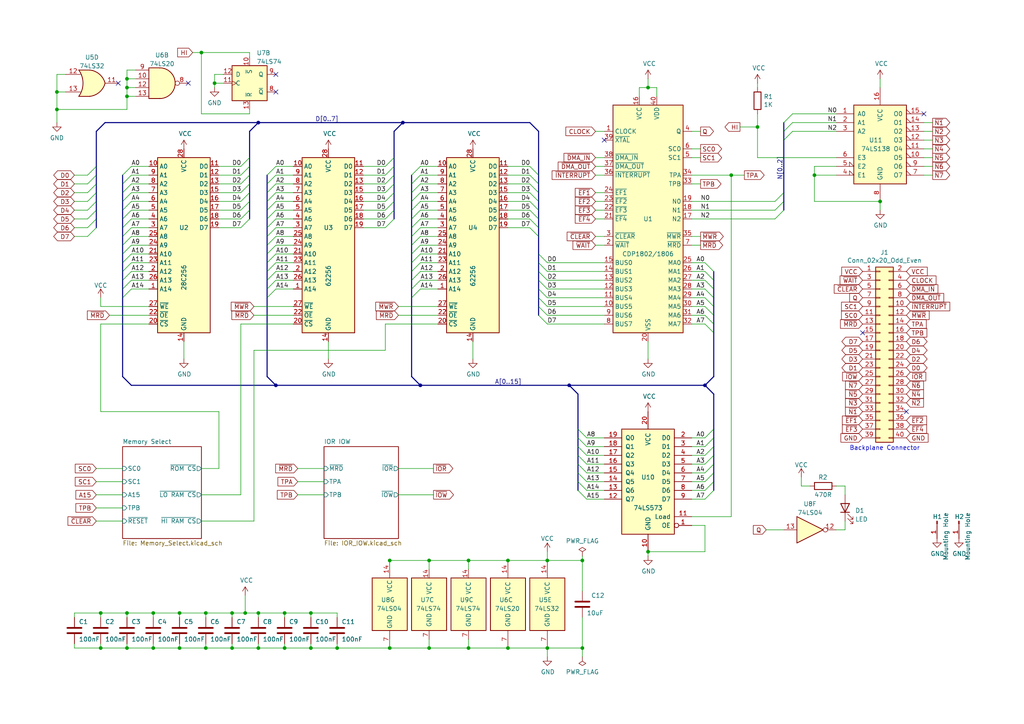
<source format=kicad_sch>
(kicad_sch (version 20230121) (generator eeschema)
  (paper "A4")
  (title_block (title "Cosmac Elf") (date "2020-12-06") (rev "2") (comment 1 "Processor Card"))
  (junction (at 36.83 187.96))
  (junction (at 36.83 177.8))
  (junction (at 16.51 26.67))
  (junction (at 52.07 187.96))
  (junction (at 255.27 58.42))
  (junction (at 62.23 24.13))
  (junction (at 113.03 187.96))
  (junction (at 67.31 187.96))
  (junction (at 90.17 187.96))
  (junction (at 58.42 15.24))
  (junction (at 124.46 187.96))
  (junction (at 82.55 187.96))
  (junction (at 168.91 162.56))
  (junction (at 74.93 35.56))
  (junction (at 71.12 177.8))
  (junction (at 90.17 177.8))
  (junction (at 147.32 162.56))
  (junction (at 147.32 187.96))
  (junction (at 36.83 25.4))
  (junction (at 82.55 177.8))
  (junction (at 67.31 177.8))
  (junction (at 219.71 36.83))
  (junction (at 158.75 187.96))
  (junction (at 80.01 111.76))
  (junction (at 187.96 160.02))
  (junction (at 165.1 111.76))
  (junction (at 36.83 27.94))
  (junction (at 236.22 50.8))
  (junction (at 135.89 187.96))
  (junction (at 158.75 162.56))
  (junction (at 168.91 187.96))
  (junction (at 74.93 177.8))
  (junction (at 74.93 187.96))
  (junction (at 212.09 50.8))
  (junction (at 121.92 111.76))
  (junction (at 135.89 162.56))
  (junction (at 44.45 177.8))
  (junction (at 52.07 177.8))
  (junction (at 59.69 177.8))
  (junction (at 204.47 111.76))
  (junction (at 97.79 187.96))
  (junction (at 16.51 31.75))
  (junction (at 124.46 162.56))
  (junction (at 113.03 162.56))
  (junction (at 29.21 177.8))
  (junction (at 116.84 35.56))
  (junction (at 44.45 187.96))
  (junction (at 36.83 22.86))
  (junction (at 59.69 187.96))
  (junction (at 187.96 25.4))
  (junction (at 29.21 187.96))
  (no_connect (at 80.01 26.67))
  (no_connect (at 267.97 33.02))
  (no_connect (at 34.29 24.13))
  (no_connect (at 80.01 21.59))
  (no_connect (at 262.89 119.38))
  (no_connect (at 175.26 40.64))
  (no_connect (at 54.61 24.13))
  (no_connect (at 250.19 96.52))
  (bus_entry (at 119.38 55.88) (size 2.54 -2.54))
  (bus_entry (at 77.47 68.58) (size 2.54 -2.54))
  (bus_entry (at 204.47 139.7) (size 2.54 -2.54))
  (bus_entry (at 77.47 53.34) (size 2.54 -2.54))
  (bus_entry (at 119.38 60.96) (size 2.54 -2.54))
  (bus_entry (at 119.38 83.82) (size 2.54 -2.54))
  (bus_entry (at 69.85 53.34) (size 2.54 -2.54))
  (bus_entry (at 156.21 76.2) (size 2.54 2.54))
  (bus_entry (at 204.47 86.36) (size 2.54 2.54))
  (bus_entry (at 156.21 91.44) (size 2.54 2.54))
  (bus_entry (at 204.47 83.82) (size 2.54 2.54))
  (bus_entry (at 35.56 86.36) (size 2.54 -2.54))
  (bus_entry (at 204.47 76.2) (size 2.54 2.54))
  (bus_entry (at 153.67 60.96) (size 2.54 2.54))
  (bus_entry (at 69.85 55.88) (size 2.54 -2.54))
  (bus_entry (at 119.38 73.66) (size 2.54 -2.54))
  (bus_entry (at 167.64 132.08) (size 2.54 2.54))
  (bus_entry (at 167.64 139.7) (size 2.54 2.54))
  (bus_entry (at 35.56 83.82) (size 2.54 -2.54))
  (bus_entry (at 25.4 55.88) (size 2.54 -2.54))
  (bus_entry (at 35.56 81.28) (size 2.54 -2.54))
  (bus_entry (at 69.85 60.96) (size 2.54 -2.54))
  (bus_entry (at 77.47 76.2) (size 2.54 -2.54))
  (bus_entry (at 204.47 144.78) (size 2.54 -2.54))
  (bus_entry (at 204.47 81.28) (size 2.54 2.54))
  (bus_entry (at 69.85 63.5) (size 2.54 -2.54))
  (bus_entry (at 111.76 53.34) (size 2.54 -2.54))
  (bus_entry (at 111.76 55.88) (size 2.54 -2.54))
  (bus_entry (at 119.38 68.58) (size 2.54 -2.54))
  (bus_entry (at 227.33 40.64) (size 2.54 -2.54))
  (bus_entry (at 119.38 81.28) (size 2.54 -2.54))
  (bus_entry (at 156.21 86.36) (size 2.54 2.54))
  (bus_entry (at 167.64 127) (size 2.54 2.54))
  (bus_entry (at 153.67 53.34) (size 2.54 2.54))
  (bus_entry (at 227.33 38.1) (size 2.54 -2.54))
  (bus_entry (at 204.47 134.62) (size 2.54 -2.54))
  (bus_entry (at 204.47 93.98) (size 2.54 2.54))
  (bus_entry (at 153.67 66.04) (size 2.54 2.54))
  (bus_entry (at 119.38 63.5) (size 2.54 -2.54))
  (bus_entry (at 111.76 60.96) (size 2.54 -2.54))
  (bus_entry (at 35.56 60.96) (size 2.54 -2.54))
  (bus_entry (at 111.76 63.5) (size 2.54 -2.54))
  (bus_entry (at 224.79 63.5) (size 2.54 -2.54))
  (bus_entry (at 153.67 63.5) (size 2.54 2.54))
  (bus_entry (at 77.47 71.12) (size 2.54 -2.54))
  (bus_entry (at 119.38 76.2) (size 2.54 -2.54))
  (bus_entry (at 119.38 78.74) (size 2.54 -2.54))
  (bus_entry (at 35.56 73.66) (size 2.54 -2.54))
  (bus_entry (at 25.4 68.58) (size 2.54 -2.54))
  (bus_entry (at 77.47 81.28) (size 2.54 -2.54))
  (bus_entry (at 153.67 50.8) (size 2.54 2.54))
  (bus_entry (at 35.56 58.42) (size 2.54 -2.54))
  (bus_entry (at 224.79 60.96) (size 2.54 -2.54))
  (bus_entry (at 25.4 58.42) (size 2.54 -2.54))
  (bus_entry (at 111.76 66.04) (size 2.54 -2.54))
  (bus_entry (at 156.21 83.82) (size 2.54 2.54))
  (bus_entry (at 77.47 78.74) (size 2.54 -2.54))
  (bus_entry (at 204.47 129.54) (size 2.54 -2.54))
  (bus_entry (at 224.79 58.42) (size 2.54 -2.54))
  (bus_entry (at 204.47 78.74) (size 2.54 2.54))
  (bus_entry (at 156.21 81.28) (size 2.54 2.54))
  (bus_entry (at 69.85 48.26) (size 2.54 -2.54))
  (bus_entry (at 25.4 60.96) (size 2.54 -2.54))
  (bus_entry (at 77.47 50.8) (size 2.54 -2.54))
  (bus_entry (at 25.4 53.34) (size 2.54 -2.54))
  (bus_entry (at 227.33 35.56) (size 2.54 -2.54))
  (bus_entry (at 25.4 66.04) (size 2.54 -2.54))
  (bus_entry (at 25.4 63.5) (size 2.54 -2.54))
  (bus_entry (at 119.38 71.12) (size 2.54 -2.54))
  (bus_entry (at 153.67 58.42) (size 2.54 2.54))
  (bus_entry (at 69.85 66.04) (size 2.54 -2.54))
  (bus_entry (at 204.47 142.24) (size 2.54 -2.54))
  (bus_entry (at 35.56 53.34) (size 2.54 -2.54))
  (bus_entry (at 69.85 58.42) (size 2.54 -2.54))
  (bus_entry (at 77.47 83.82) (size 2.54 -2.54))
  (bus_entry (at 77.47 55.88) (size 2.54 -2.54))
  (bus_entry (at 77.47 73.66) (size 2.54 -2.54))
  (bus_entry (at 35.56 63.5) (size 2.54 -2.54))
  (bus_entry (at 77.47 86.36) (size 2.54 -2.54))
  (bus_entry (at 35.56 76.2) (size 2.54 -2.54))
  (bus_entry (at 119.38 50.8) (size 2.54 -2.54))
  (bus_entry (at 167.64 129.54) (size 2.54 2.54))
  (bus_entry (at 167.64 137.16) (size 2.54 2.54))
  (bus_entry (at 156.21 88.9) (size 2.54 2.54))
  (bus_entry (at 25.4 50.8) (size 2.54 -2.54))
  (bus_entry (at 156.21 73.66) (size 2.54 2.54))
  (bus_entry (at 204.47 137.16) (size 2.54 -2.54))
  (bus_entry (at 204.47 132.08) (size 2.54 -2.54))
  (bus_entry (at 35.56 68.58) (size 2.54 -2.54))
  (bus_entry (at 119.38 66.04) (size 2.54 -2.54))
  (bus_entry (at 156.21 78.74) (size 2.54 2.54))
  (bus_entry (at 204.47 91.44) (size 2.54 2.54))
  (bus_entry (at 204.47 88.9) (size 2.54 2.54))
  (bus_entry (at 35.56 78.74) (size 2.54 -2.54))
  (bus_entry (at 119.38 53.34) (size 2.54 -2.54))
  (bus_entry (at 35.56 50.8) (size 2.54 -2.54))
  (bus_entry (at 111.76 58.42) (size 2.54 -2.54))
  (bus_entry (at 77.47 60.96) (size 2.54 -2.54))
  (bus_entry (at 167.64 134.62) (size 2.54 2.54))
  (bus_entry (at 111.76 50.8) (size 2.54 -2.54))
  (bus_entry (at 119.38 86.36) (size 2.54 -2.54))
  (bus_entry (at 167.64 124.46) (size 2.54 2.54))
  (bus_entry (at 35.56 55.88) (size 2.54 -2.54))
  (bus_entry (at 167.64 142.24) (size 2.54 2.54))
  (bus_entry (at 153.67 55.88) (size 2.54 2.54))
  (bus_entry (at 77.47 63.5) (size 2.54 -2.54))
  (bus_entry (at 77.47 58.42) (size 2.54 -2.54))
  (bus_entry (at 111.76 48.26) (size 2.54 -2.54))
  (bus_entry (at 153.67 48.26) (size 2.54 2.54))
  (bus_entry (at 35.56 71.12) (size 2.54 -2.54))
  (bus_entry (at 69.85 50.8) (size 2.54 -2.54))
  (bus_entry (at 119.38 58.42) (size 2.54 -2.54))
  (bus_entry (at 204.47 127) (size 2.54 -2.54))
  (bus_entry (at 35.56 66.04) (size 2.54 -2.54))
  (bus_entry (at 77.47 66.04) (size 2.54 -2.54))
  (wire (pts (xy 80.01 71.12) (xy 85.09 71.12)))
  (wire (pts (xy 242.57 140.97) (xy 245.11 140.97)))
  (wire (pts (xy 44.45 177.8) (xy 52.07 177.8)))
  (wire (pts (xy 172.72 48.26) (xy 175.26 48.26)))
  (bus (pts (xy 35.56 60.96) (xy 35.56 63.5)))
  (wire (pts (xy 168.91 179.07) (xy 168.91 187.96)))
  (wire (pts (xy 86.36 143.51) (xy 93.98 143.51)))
  (wire (pts (xy 113.03 187.96) (xy 113.03 185.42)))
  (bus (pts (xy 156.21 53.34) (xy 156.21 55.88)))
  (bus (pts (xy 156.21 38.1) (xy 156.21 50.8)))
  (wire (pts (xy 121.92 50.8) (xy 127 50.8)))
  (wire (pts (xy 80.01 55.88) (xy 85.09 55.88)))
  (bus (pts (xy 27.94 38.1) (xy 30.48 35.56)))
  (bus (pts (xy 207.01 129.54) (xy 207.01 132.08)))
  (wire (pts (xy 245.11 151.13) (xy 245.11 153.67)))
  (wire (pts (xy 121.92 58.42) (xy 127 58.42)))
  (wire (pts (xy 59.69 177.8) (xy 67.31 177.8)))
  (bus (pts (xy 35.56 86.36) (xy 35.56 109.22)))
  (wire (pts (xy 62.23 24.13) (xy 64.77 24.13)))
  (wire (pts (xy 200.66 83.82) (xy 204.47 83.82)))
  (bus (pts (xy 207.01 93.98) (xy 207.01 96.52)))
  (wire (pts (xy 29.21 177.8) (xy 36.83 177.8)))
  (wire (pts (xy 229.87 38.1) (xy 242.57 38.1)))
  (wire (pts (xy 172.72 55.88) (xy 175.26 55.88)))
  (wire (pts (xy 63.5 119.38) (xy 63.5 135.89)))
  (wire (pts (xy 170.18 137.16) (xy 175.26 137.16)))
  (bus (pts (xy 207.01 86.36) (xy 207.01 88.9)))
  (wire (pts (xy 80.01 66.04) (xy 85.09 66.04)))
  (wire (pts (xy 147.32 66.04) (xy 153.67 66.04)))
  (wire (pts (xy 63.5 63.5) (xy 69.85 63.5)))
  (wire (pts (xy 115.57 143.51) (xy 125.73 143.51)))
  (wire (pts (xy 200.66 76.2) (xy 204.47 76.2)))
  (wire (pts (xy 59.69 187.96) (xy 67.31 187.96)))
  (bus (pts (xy 156.21 83.82) (xy 156.21 86.36)))
  (wire (pts (xy 147.32 60.96) (xy 153.67 60.96)))
  (wire (pts (xy 121.92 66.04) (xy 127 66.04)))
  (wire (pts (xy 80.01 68.58) (xy 85.09 68.58)))
  (bus (pts (xy 72.39 55.88) (xy 72.39 58.42)))
  (wire (pts (xy 115.57 135.89) (xy 125.73 135.89)))
  (wire (pts (xy 105.41 55.88) (xy 111.76 55.88)))
  (wire (pts (xy 80.01 83.82) (xy 85.09 83.82)))
  (wire (pts (xy 29.21 88.9) (xy 29.21 86.36)))
  (wire (pts (xy 86.36 139.7) (xy 93.98 139.7)))
  (bus (pts (xy 156.21 55.88) (xy 156.21 58.42)))
  (bus (pts (xy 77.47 58.42) (xy 77.47 60.96)))
  (wire (pts (xy 73.66 101.6) (xy 111.76 101.6)))
  (wire (pts (xy 58.42 33.02) (xy 58.42 15.24)))
  (wire (pts (xy 187.96 25.4) (xy 187.96 22.86)))
  (wire (pts (xy 204.47 160.02) (xy 204.47 152.4)))
  (wire (pts (xy 168.91 162.56) (xy 168.91 171.45)))
  (wire (pts (xy 113.03 162.56) (xy 124.46 162.56)))
  (wire (pts (xy 82.55 186.69) (xy 82.55 187.96)))
  (bus (pts (xy 35.56 50.8) (xy 35.56 53.34)))
  (bus (pts (xy 167.64 132.08) (xy 167.64 134.62)))
  (wire (pts (xy 187.96 160.02) (xy 204.47 160.02)))
  (wire (pts (xy 200.66 91.44) (xy 204.47 91.44)))
  (bus (pts (xy 114.3 38.1) (xy 114.3 45.72)))
  (bus (pts (xy 207.01 96.52) (xy 207.01 109.22)))
  (wire (pts (xy 105.41 60.96) (xy 111.76 60.96)))
  (wire (pts (xy 200.66 81.28) (xy 204.47 81.28)))
  (wire (pts (xy 200.66 134.62) (xy 204.47 134.62)))
  (wire (pts (xy 127 88.9) (xy 115.57 88.9)))
  (wire (pts (xy 204.47 93.98) (xy 200.66 93.98)))
  (wire (pts (xy 62.23 21.59) (xy 62.23 24.13)))
  (wire (pts (xy 212.09 50.8) (xy 215.9 50.8)))
  (wire (pts (xy 121.92 53.34) (xy 127 53.34)))
  (wire (pts (xy 147.32 187.96) (xy 158.75 187.96)))
  (wire (pts (xy 86.36 135.89) (xy 93.98 135.89)))
  (wire (pts (xy 16.51 26.67) (xy 16.51 31.75)))
  (wire (pts (xy 29.21 93.98) (xy 43.18 93.98)))
  (wire (pts (xy 147.32 53.34) (xy 153.67 53.34)))
  (wire (pts (xy 187.96 160.02) (xy 187.96 161.29)))
  (wire (pts (xy 158.75 160.02) (xy 158.75 162.56)))
  (wire (pts (xy 200.66 68.58) (xy 203.2 68.58)))
  (wire (pts (xy 36.83 22.86) (xy 39.37 22.86)))
  (wire (pts (xy 242.57 48.26) (xy 236.22 48.26)))
  (wire (pts (xy 21.59 60.96) (xy 25.4 60.96)))
  (wire (pts (xy 38.1 68.58) (xy 43.18 68.58)))
  (wire (pts (xy 80.01 48.26) (xy 85.09 48.26)))
  (bus (pts (xy 207.01 134.62) (xy 207.01 137.16)))
  (wire (pts (xy 69.85 143.51) (xy 58.42 143.51)))
  (wire (pts (xy 62.23 21.59) (xy 64.77 21.59)))
  (wire (pts (xy 147.32 162.56) (xy 158.75 162.56)))
  (wire (pts (xy 44.45 187.96) (xy 52.07 187.96)))
  (bus (pts (xy 72.39 50.8) (xy 72.39 53.34)))
  (wire (pts (xy 63.5 135.89) (xy 58.42 135.89)))
  (wire (pts (xy 36.83 177.8) (xy 44.45 177.8)))
  (bus (pts (xy 72.39 53.34) (xy 72.39 55.88)))
  (bus (pts (xy 119.38 109.22) (xy 121.92 111.76)))
  (bus (pts (xy 227.33 55.88) (xy 227.33 58.42)))
  (wire (pts (xy 21.59 50.8) (xy 25.4 50.8)))
  (bus (pts (xy 204.47 111.76) (xy 207.01 109.22)))
  (wire (pts (xy 111.76 101.6) (xy 111.76 93.98)))
  (wire (pts (xy 21.59 55.88) (xy 25.4 55.88)))
  (wire (pts (xy 121.92 68.58) (xy 127 68.58)))
  (wire (pts (xy 135.89 162.56) (xy 147.32 162.56)))
  (bus (pts (xy 114.3 50.8) (xy 114.3 53.34)))
  (wire (pts (xy 204.47 127) (xy 200.66 127)))
  (wire (pts (xy 38.1 66.04) (xy 43.18 66.04)))
  (wire (pts (xy 82.55 179.07) (xy 82.55 177.8)))
  (wire (pts (xy 267.97 50.8) (xy 270.51 50.8)))
  (bus (pts (xy 156.21 63.5) (xy 156.21 66.04)))
  (bus (pts (xy 156.21 78.74) (xy 156.21 81.28)))
  (bus (pts (xy 27.94 53.34) (xy 27.94 55.88)))
  (bus (pts (xy 167.64 129.54) (xy 167.64 132.08)))
  (wire (pts (xy 170.18 144.78) (xy 175.26 144.78)))
  (bus (pts (xy 119.38 53.34) (xy 119.38 55.88)))
  (wire (pts (xy 200.66 38.1) (xy 203.2 38.1)))
  (wire (pts (xy 147.32 50.8) (xy 153.67 50.8)))
  (wire (pts (xy 38.1 76.2) (xy 43.18 76.2)))
  (wire (pts (xy 105.41 63.5) (xy 111.76 63.5)))
  (bus (pts (xy 77.47 78.74) (xy 77.47 81.28)))
  (wire (pts (xy 267.97 38.1) (xy 270.51 38.1)))
  (wire (pts (xy 67.31 186.69) (xy 67.31 187.96)))
  (wire (pts (xy 204.47 142.24) (xy 200.66 142.24)))
  (wire (pts (xy 105.41 58.42) (xy 111.76 58.42)))
  (bus (pts (xy 114.3 55.88) (xy 114.3 58.42)))
  (wire (pts (xy 80.01 53.34) (xy 85.09 53.34)))
  (wire (pts (xy 38.1 53.34) (xy 43.18 53.34)))
  (bus (pts (xy 77.47 66.04) (xy 77.47 68.58)))
  (bus (pts (xy 119.38 76.2) (xy 119.38 78.74)))
  (wire (pts (xy 158.75 187.96) (xy 168.91 187.96)))
  (wire (pts (xy 190.5 25.4) (xy 190.5 27.94)))
  (bus (pts (xy 119.38 60.96) (xy 119.38 63.5)))
  (wire (pts (xy 245.11 153.67) (xy 242.57 153.67)))
  (wire (pts (xy 71.12 177.8) (xy 74.93 177.8)))
  (wire (pts (xy 44.45 186.69) (xy 44.45 187.96)))
  (wire (pts (xy 158.75 162.56) (xy 168.91 162.56)))
  (wire (pts (xy 200.66 71.12) (xy 203.2 71.12)))
  (wire (pts (xy 172.72 71.12) (xy 175.26 71.12)))
  (bus (pts (xy 77.47 86.36) (xy 77.47 109.22)))
  (wire (pts (xy 90.17 186.69) (xy 90.17 187.96)))
  (wire (pts (xy 267.97 43.18) (xy 270.51 43.18)))
  (wire (pts (xy 27.94 147.32) (xy 35.56 147.32)))
  (wire (pts (xy 255.27 60.96) (xy 255.27 58.42)))
  (wire (pts (xy 29.21 119.38) (xy 29.21 93.98)))
  (wire (pts (xy 38.1 78.74) (xy 43.18 78.74)))
  (wire (pts (xy 200.66 129.54) (xy 204.47 129.54)))
  (bus (pts (xy 77.47 83.82) (xy 77.47 86.36)))
  (wire (pts (xy 16.51 31.75) (xy 16.51 35.56)))
  (wire (pts (xy 19.05 21.59) (xy 16.51 21.59)))
  (wire (pts (xy 74.93 177.8) (xy 82.55 177.8)))
  (wire (pts (xy 36.83 31.75) (xy 36.83 27.94)))
  (bus (pts (xy 119.38 83.82) (xy 119.38 86.36)))
  (wire (pts (xy 36.83 186.69) (xy 36.83 187.96)))
  (wire (pts (xy 113.03 187.96) (xy 124.46 187.96)))
  (wire (pts (xy 71.12 172.72) (xy 71.12 177.8)))
  (wire (pts (xy 63.5 55.88) (xy 69.85 55.88)))
  (wire (pts (xy 168.91 190.5) (xy 168.91 187.96)))
  (wire (pts (xy 38.1 63.5) (xy 43.18 63.5)))
  (wire (pts (xy 67.31 187.96) (xy 74.93 187.96)))
  (wire (pts (xy 232.41 138.43) (xy 232.41 140.97)))
  (wire (pts (xy 212.09 149.86) (xy 200.66 149.86)))
  (wire (pts (xy 21.59 186.69) (xy 21.59 187.96)))
  (wire (pts (xy 85.09 88.9) (xy 73.66 88.9)))
  (wire (pts (xy 21.59 177.8) (xy 29.21 177.8)))
  (wire (pts (xy 121.92 81.28) (xy 127 81.28)))
  (bus (pts (xy 207.01 91.44) (xy 207.01 93.98)))
  (wire (pts (xy 59.69 179.07) (xy 59.69 177.8)))
  (wire (pts (xy 36.83 179.07) (xy 36.83 177.8)))
  (wire (pts (xy 200.66 63.5) (xy 224.79 63.5)))
  (wire (pts (xy 16.51 31.75) (xy 36.83 31.75)))
  (wire (pts (xy 38.1 71.12) (xy 43.18 71.12)))
  (wire (pts (xy 236.22 58.42) (xy 255.27 58.42)))
  (bus (pts (xy 27.94 48.26) (xy 27.94 50.8)))
  (wire (pts (xy 121.92 83.82) (xy 127 83.82)))
  (bus (pts (xy 72.39 38.1) (xy 72.39 45.72)))
  (wire (pts (xy 219.71 25.4) (xy 219.71 24.13)))
  (wire (pts (xy 36.83 27.94) (xy 39.37 27.94)))
  (wire (pts (xy 27.94 143.51) (xy 35.56 143.51)))
  (wire (pts (xy 147.32 48.26) (xy 153.67 48.26)))
  (bus (pts (xy 207.01 127) (xy 207.01 129.54)))
  (wire (pts (xy 62.23 24.13) (xy 62.23 25.4)))
  (wire (pts (xy 58.42 15.24) (xy 72.39 15.24)))
  (bus (pts (xy 167.64 139.7) (xy 167.64 142.24)))
  (bus (pts (xy 77.47 63.5) (xy 77.47 66.04)))
  (wire (pts (xy 121.92 63.5) (xy 127 63.5)))
  (bus (pts (xy 72.39 60.96) (xy 72.39 63.5)))
  (wire (pts (xy 170.18 127) (xy 175.26 127)))
  (bus (pts (xy 72.39 38.1) (xy 74.93 35.56)))
  (wire (pts (xy 16.51 26.67) (xy 19.05 26.67)))
  (wire (pts (xy 200.66 50.8) (xy 212.09 50.8)))
  (bus (pts (xy 119.38 63.5) (xy 119.38 66.04)))
  (bus (pts (xy 119.38 71.12) (xy 119.38 73.66)))
  (wire (pts (xy 36.83 20.32) (xy 39.37 20.32)))
  (wire (pts (xy 267.97 48.26) (xy 270.51 48.26)))
  (wire (pts (xy 97.79 187.96) (xy 97.79 186.69)))
  (wire (pts (xy 124.46 162.56) (xy 135.89 162.56)))
  (wire (pts (xy 170.18 129.54) (xy 175.26 129.54)))
  (wire (pts (xy 52.07 186.69) (xy 52.07 187.96)))
  (wire (pts (xy 97.79 187.96) (xy 113.03 187.96)))
  (wire (pts (xy 204.47 137.16) (xy 200.66 137.16)))
  (wire (pts (xy 219.71 33.02) (xy 219.71 36.83)))
  (wire (pts (xy 229.87 33.02) (xy 242.57 33.02)))
  (wire (pts (xy 58.42 33.02) (xy 72.39 33.02)))
  (wire (pts (xy 21.59 179.07) (xy 21.59 177.8)))
  (wire (pts (xy 203.2 53.34) (xy 200.66 53.34)))
  (wire (pts (xy 245.11 140.97) (xy 245.11 143.51)))
  (bus (pts (xy 167.64 134.62) (xy 167.64 137.16)))
  (wire (pts (xy 38.1 83.82) (xy 43.18 83.82)))
  (bus (pts (xy 119.38 78.74) (xy 119.38 81.28)))
  (wire (pts (xy 82.55 187.96) (xy 90.17 187.96)))
  (wire (pts (xy 124.46 162.56) (xy 124.46 165.1)))
  (wire (pts (xy 158.75 76.2) (xy 175.26 76.2)))
  (wire (pts (xy 187.96 25.4) (xy 190.5 25.4)))
  (wire (pts (xy 74.93 179.07) (xy 74.93 177.8)))
  (bus (pts (xy 72.39 58.42) (xy 72.39 60.96)))
  (wire (pts (xy 187.96 99.06) (xy 187.96 104.14)))
  (wire (pts (xy 168.91 161.29) (xy 168.91 162.56)))
  (wire (pts (xy 147.32 55.88) (xy 153.67 55.88)))
  (bus (pts (xy 77.47 81.28) (xy 77.47 83.82)))
  (wire (pts (xy 229.87 35.56) (xy 242.57 35.56)))
  (bus (pts (xy 207.01 114.3) (xy 207.01 124.46)))
  (bus (pts (xy 156.21 60.96) (xy 156.21 63.5)))
  (wire (pts (xy 200.66 139.7) (xy 204.47 139.7)))
  (wire (pts (xy 158.75 93.98) (xy 175.26 93.98)))
  (bus (pts (xy 35.56 73.66) (xy 35.56 76.2)))
  (wire (pts (xy 43.18 91.44) (xy 31.75 91.44)))
  (wire (pts (xy 52.07 179.07) (xy 52.07 177.8)))
  (wire (pts (xy 203.2 45.72) (xy 200.66 45.72)))
  (bus (pts (xy 165.1 111.76) (xy 167.64 114.3)))
  (wire (pts (xy 80.01 60.96) (xy 85.09 60.96)))
  (bus (pts (xy 207.01 124.46) (xy 207.01 127)))
  (bus (pts (xy 77.47 50.8) (xy 77.47 53.34)))
  (bus (pts (xy 165.1 111.76) (xy 204.47 111.76)))
  (wire (pts (xy 52.07 187.96) (xy 59.69 187.96)))
  (wire (pts (xy 38.1 81.28) (xy 43.18 81.28)))
  (wire (pts (xy 63.5 48.26) (xy 69.85 48.26)))
  (wire (pts (xy 200.66 144.78) (xy 204.47 144.78)))
  (bus (pts (xy 35.56 83.82) (xy 35.56 86.36)))
  (wire (pts (xy 170.18 134.62) (xy 175.26 134.62)))
  (wire (pts (xy 21.59 187.96) (xy 29.21 187.96)))
  (bus (pts (xy 114.3 58.42) (xy 114.3 60.96)))
  (wire (pts (xy 90.17 187.96) (xy 97.79 187.96)))
  (wire (pts (xy 69.85 93.98) (xy 69.85 143.51)))
  (wire (pts (xy 90.17 177.8) (xy 97.79 177.8)))
  (wire (pts (xy 80.01 63.5) (xy 85.09 63.5)))
  (wire (pts (xy 172.72 68.58) (xy 175.26 68.58)))
  (bus (pts (xy 121.92 111.76) (xy 165.1 111.76)))
  (wire (pts (xy 97.79 177.8) (xy 97.79 179.07)))
  (bus (pts (xy 77.47 71.12) (xy 77.47 73.66)))
  (wire (pts (xy 121.92 71.12) (xy 127 71.12)))
  (wire (pts (xy 204.47 132.08) (xy 200.66 132.08)))
  (bus (pts (xy 77.47 76.2) (xy 77.47 78.74)))
  (bus (pts (xy 119.38 73.66) (xy 119.38 76.2)))
  (bus (pts (xy 77.47 109.22) (xy 80.01 111.76)))
  (bus (pts (xy 167.64 127) (xy 167.64 129.54)))
  (bus (pts (xy 119.38 66.04) (xy 119.38 68.58)))
  (bus (pts (xy 72.39 45.72) (xy 72.39 48.26)))
  (wire (pts (xy 63.5 58.42) (xy 69.85 58.42)))
  (bus (pts (xy 207.01 83.82) (xy 207.01 86.36)))
  (wire (pts (xy 137.16 99.06) (xy 137.16 104.14)))
  (bus (pts (xy 38.1 111.76) (xy 80.01 111.76)))
  (wire (pts (xy 135.89 162.56) (xy 135.89 165.1)))
  (bus (pts (xy 227.33 58.42) (xy 227.33 60.96)))
  (bus (pts (xy 119.38 58.42) (xy 119.38 60.96)))
  (bus (pts (xy 119.38 68.58) (xy 119.38 71.12)))
  (wire (pts (xy 267.97 40.64) (xy 270.51 40.64)))
  (bus (pts (xy 35.56 109.22) (xy 38.1 111.76)))
  (bus (pts (xy 35.56 71.12) (xy 35.56 73.66)))
  (wire (pts (xy 73.66 151.13) (xy 73.66 101.6)))
  (wire (pts (xy 38.1 50.8) (xy 43.18 50.8)))
  (wire (pts (xy 135.89 187.96) (xy 147.32 187.96)))
  (bus (pts (xy 119.38 50.8) (xy 119.38 53.34)))
  (wire (pts (xy 105.41 48.26) (xy 111.76 48.26)))
  (wire (pts (xy 267.97 45.72) (xy 270.51 45.72)))
  (wire (pts (xy 236.22 50.8) (xy 236.22 58.42)))
  (bus (pts (xy 114.3 48.26) (xy 114.3 50.8)))
  (wire (pts (xy 63.5 60.96) (xy 69.85 60.96)))
  (bus (pts (xy 35.56 66.04) (xy 35.56 68.58)))
  (wire (pts (xy 124.46 185.42) (xy 124.46 187.96)))
  (bus (pts (xy 156.21 58.42) (xy 156.21 60.96)))
  (bus (pts (xy 114.3 53.34) (xy 114.3 55.88)))
  (bus (pts (xy 207.01 78.74) (xy 207.01 81.28)))
  (wire (pts (xy 27.94 139.7) (xy 35.56 139.7)))
  (wire (pts (xy 121.92 48.26) (xy 127 48.26)))
  (bus (pts (xy 35.56 63.5) (xy 35.56 66.04)))
  (wire (pts (xy 21.59 68.58) (xy 25.4 68.58)))
  (wire (pts (xy 27.94 135.89) (xy 35.56 135.89)))
  (bus (pts (xy 116.84 35.56) (xy 153.67 35.56)))
  (wire (pts (xy 72.39 31.75) (xy 72.39 33.02)))
  (wire (pts (xy 63.5 66.04) (xy 69.85 66.04)))
  (wire (pts (xy 63.5 53.34) (xy 69.85 53.34)))
  (wire (pts (xy 121.92 55.88) (xy 127 55.88)))
  (bus (pts (xy 27.94 50.8) (xy 27.94 53.34)))
  (bus (pts (xy 227.33 40.64) (xy 227.33 55.88)))
  (wire (pts (xy 172.72 50.8) (xy 175.26 50.8)))
  (bus (pts (xy 207.01 139.7) (xy 207.01 142.24)))
  (wire (pts (xy 242.57 50.8) (xy 236.22 50.8)))
  (wire (pts (xy 147.32 63.5) (xy 153.67 63.5)))
  (wire (pts (xy 80.01 78.74) (xy 85.09 78.74)))
  (bus (pts (xy 77.47 60.96) (xy 77.47 63.5)))
  (wire (pts (xy 158.75 88.9) (xy 175.26 88.9)))
  (wire (pts (xy 222.25 153.67) (xy 227.33 153.67)))
  (wire (pts (xy 95.25 99.06) (xy 95.25 104.14)))
  (wire (pts (xy 80.01 58.42) (xy 85.09 58.42)))
  (bus (pts (xy 119.38 86.36) (xy 119.38 109.22)))
  (bus (pts (xy 27.94 63.5) (xy 27.94 66.04)))
  (wire (pts (xy 27.94 151.13) (xy 35.56 151.13)))
  (bus (pts (xy 35.56 76.2) (xy 35.56 78.74)))
  (bus (pts (xy 167.64 137.16) (xy 167.64 139.7)))
  (wire (pts (xy 224.79 60.96) (xy 200.66 60.96)))
  (wire (pts (xy 36.83 25.4) (xy 36.83 22.86)))
  (wire (pts (xy 158.75 86.36) (xy 175.26 86.36)))
  (wire (pts (xy 85.09 91.44) (xy 73.66 91.44)))
  (wire (pts (xy 58.42 151.13) (xy 73.66 151.13)))
  (wire (pts (xy 170.18 142.24) (xy 175.26 142.24)))
  (bus (pts (xy 156.21 81.28) (xy 156.21 83.82)))
  (bus (pts (xy 156.21 66.04) (xy 156.21 68.58)))
  (wire (pts (xy 16.51 21.59) (xy 16.51 26.67)))
  (wire (pts (xy 38.1 48.26) (xy 43.18 48.26)))
  (wire (pts (xy 80.01 73.66) (xy 85.09 73.66)))
  (bus (pts (xy 35.56 78.74) (xy 35.56 81.28)))
  (wire (pts (xy 113.03 162.56) (xy 113.03 165.1)))
  (wire (pts (xy 21.59 53.34) (xy 25.4 53.34)))
  (wire (pts (xy 72.39 15.24) (xy 72.39 16.51)))
  (bus (pts (xy 207.01 81.28) (xy 207.01 83.82)))
  (bus (pts (xy 77.47 68.58) (xy 77.47 71.12)))
  (bus (pts (xy 80.01 111.76) (xy 121.92 111.76)))
  (bus (pts (xy 72.39 48.26) (xy 72.39 50.8)))
  (bus (pts (xy 35.56 55.88) (xy 35.56 58.42)))
  (wire (pts (xy 236.22 48.26) (xy 236.22 50.8)))
  (wire (pts (xy 170.18 139.7) (xy 175.26 139.7)))
  (wire (pts (xy 63.5 119.38) (xy 29.21 119.38)))
  (wire (pts (xy 36.83 27.94) (xy 36.83 25.4)))
  (wire (pts (xy 90.17 179.07) (xy 90.17 177.8)))
  (wire (pts (xy 53.34 99.06) (xy 53.34 104.14)))
  (wire (pts (xy 21.59 63.5) (xy 25.4 63.5)))
  (wire (pts (xy 219.71 45.72) (xy 219.71 36.83)))
  (bus (pts (xy 156.21 88.9) (xy 156.21 91.44)))
  (wire (pts (xy 200.66 86.36) (xy 204.47 86.36)))
  (bus (pts (xy 207.01 88.9) (xy 207.01 91.44)))
  (bus (pts (xy 35.56 53.34) (xy 35.56 55.88)))
  (wire (pts (xy 105.41 53.34) (xy 111.76 53.34)))
  (bus (pts (xy 227.33 38.1) (xy 227.33 40.64)))
  (bus (pts (xy 27.94 58.42) (xy 27.94 60.96)))
  (wire (pts (xy 36.83 22.86) (xy 36.83 20.32)))
  (wire (pts (xy 21.59 66.04) (xy 25.4 66.04)))
  (bus (pts (xy 207.01 137.16) (xy 207.01 139.7)))
  (bus (pts (xy 207.01 132.08) (xy 207.01 134.62)))
  (bus (pts (xy 74.93 35.56) (xy 116.84 35.56)))
  (wire (pts (xy 255.27 25.4) (xy 255.27 22.86)))
  (wire (pts (xy 82.55 177.8) (xy 90.17 177.8)))
  (wire (pts (xy 69.85 93.98) (xy 85.09 93.98)))
  (wire (pts (xy 219.71 45.72) (xy 242.57 45.72)))
  (wire (pts (xy 52.07 177.8) (xy 59.69 177.8)))
  (wire (pts (xy 121.92 78.74) (xy 127 78.74)))
  (wire (pts (xy 36.83 187.96) (xy 44.45 187.96)))
  (bus (pts (xy 156.21 68.58) (xy 156.21 73.66)))
  (wire (pts (xy 74.93 187.96) (xy 82.55 187.96)))
  (wire (pts (xy 105.41 50.8) (xy 111.76 50.8)))
  (wire (pts (xy 124.46 187.96) (xy 135.89 187.96)))
  (wire (pts (xy 38.1 58.42) (xy 43.18 58.42)))
  (wire (pts (xy 147.32 58.42) (xy 153.67 58.42)))
  (wire (pts (xy 158.75 83.82) (xy 175.26 83.82)))
  (wire (pts (xy 44.45 179.07) (xy 44.45 177.8)))
  (wire (pts (xy 29.21 187.96) (xy 36.83 187.96)))
  (wire (pts (xy 224.79 58.42) (xy 200.66 58.42)))
  (wire (pts (xy 29.21 179.07) (xy 29.21 177.8)))
  (wire (pts (xy 204.47 152.4) (xy 200.66 152.4)))
  (bus (pts (xy 156.21 73.66) (xy 156.21 76.2)))
  (wire (pts (xy 36.83 25.4) (xy 39.37 25.4)))
  (bus (pts (xy 156.21 76.2) (xy 156.21 78.74)))
  (wire (pts (xy 63.5 50.8) (xy 69.85 50.8)))
  (wire (pts (xy 170.18 132.08) (xy 175.26 132.08)))
  (wire (pts (xy 67.31 179.07) (xy 67.31 177.8)))
  (wire (pts (xy 175.26 45.72) (xy 172.72 45.72)))
  (wire (pts (xy 203.2 43.18) (xy 200.66 43.18)))
  (bus (pts (xy 35.56 58.42) (xy 35.56 60.96)))
  (wire (pts (xy 21.59 58.42) (xy 25.4 58.42)))
  (wire (pts (xy 111.76 93.98) (xy 127 93.98)))
  (bus (pts (xy 114.3 38.1) (xy 116.84 35.56)))
  (bus (pts (xy 156.21 86.36) (xy 156.21 88.9)))
  (bus (pts (xy 167.64 114.3) (xy 167.64 124.46)))
  (wire (pts (xy 105.41 66.04) (xy 111.76 66.04)))
  (wire (pts (xy 214.63 36.83) (xy 219.71 36.83)))
  (wire (pts (xy 121.92 60.96) (xy 127 60.96)))
  (wire (pts (xy 204.47 88.9) (xy 200.66 88.9)))
  (wire (pts (xy 121.92 73.66) (xy 127 73.66)))
  (wire (pts (xy 59.69 186.69) (xy 59.69 187.96)))
  (bus (pts (xy 119.38 81.28) (xy 119.38 83.82)))
  (bus (pts (xy 35.56 81.28) (xy 35.56 83.82)))
  (wire (pts (xy 74.93 186.69) (xy 74.93 187.96)))
  (wire (pts (xy 135.89 185.42) (xy 135.89 187.96)))
  (bus (pts (xy 153.67 35.56) (xy 156.21 38.1)))
  (bus (pts (xy 114.3 60.96) (xy 114.3 63.5)))
  (wire (pts (xy 38.1 55.88) (xy 43.18 55.88)))
  (wire (pts (xy 158.75 91.44) (xy 175.26 91.44)))
  (wire (pts (xy 158.75 190.5) (xy 158.75 187.96)))
  (wire (pts (xy 80.01 81.28) (xy 85.09 81.28)))
  (wire (pts (xy 232.41 140.97) (xy 234.95 140.97)))
  (wire (pts (xy 55.88 15.24) (xy 58.42 15.24)))
  (bus (pts (xy 119.38 55.88) (xy 119.38 58.42)))
  (bus (pts (xy 167.64 124.46) (xy 167.64 127)))
  (wire (pts (xy 185.42 25.4) (xy 187.96 25.4)))
  (wire (pts (xy 80.01 50.8) (xy 85.09 50.8)))
  (wire (pts (xy 172.72 63.5) (xy 175.26 63.5)))
  (bus (pts (xy 114.3 45.72) (xy 114.3 48.26)))
  (bus (pts (xy 156.21 50.8) (xy 156.21 53.34)))
  (bus (pts (xy 27.94 60.96) (xy 27.94 63.5)))
  (bus (pts (xy 227.33 35.56) (xy 227.33 38.1)))
  (bus (pts (xy 77.47 73.66) (xy 77.47 76.2)))
  (bus (pts (xy 27.94 55.88) (xy 27.94 58.42)))
  (bus (pts (xy 204.47 111.76) (xy 207.01 114.3)))
  (wire (pts (xy 121.92 76.2) (xy 127 76.2)))
  (bus (pts (xy 27.94 38.1) (xy 27.94 48.26)))
  (wire (pts (xy 175.26 38.1) (xy 172.72 38.1)))
  (wire (pts (xy 212.09 50.8) (xy 212.09 149.86)))
  (wire (pts (xy 115.57 91.44) (xy 127 91.44)))
  (wire (pts (xy 267.97 35.56) (xy 270.51 35.56)))
  (wire (pts (xy 172.72 60.96) (xy 175.26 60.96)))
  (wire (pts (xy 172.72 58.42) (xy 175.26 58.42)))
  (bus (pts (xy 77.47 55.88) (xy 77.47 58.42)))
  (wire (pts (xy 185.42 27.94) (xy 185.42 25.4)))
  (wire (pts (xy 158.75 78.74) (xy 175.26 78.74)))
  (wire (pts (xy 29.21 186.69) (xy 29.21 187.96)))
  (bus (pts (xy 77.47 53.34) (xy 77.47 55.88)))
  (wire (pts (xy 158.75 81.28) (xy 175.26 81.28)))
  (wire (pts (xy 80.01 76.2) (xy 85.09 76.2)))
  (bus (pts (xy 30.48 35.56) (xy 74.93 35.56)))
  (wire (pts (xy 38.1 60.96) (xy 43.18 60.96)))
  (bus (pts (xy 35.56 68.58) (xy 35.56 71.12)))
  (wire (pts (xy 29.21 88.9) (xy 43.18 88.9)))
  (wire (pts (xy 38.1 73.66) (xy 43.18 73.66)))
  (wire (pts (xy 200.66 78.74) (xy 204.47 78.74)))
  (wire (pts (xy 67.31 177.8) (xy 71.12 177.8)))
  (text "Backplane Connector" (at 246.38 130.81 0) (effects (font (size 1.27 1.27)) (justify left bottom)))
  (label "A2" (at 80.01 53.34 0))
  (label "A10" (at 80.01 73.66 0))
  (label "A7" (at 80.01 66.04 0))
  (label "N2" (at 203.2 63.5 0))
  (label "A14" (at 170.18 142.24 0))
  (label "A4" (at 201.93 86.36 0))
  (label "N0" (at 203.2 58.42 0))
  (label "A2" (at 121.92 53.34 0))
  (label "A3" (at 201.93 83.82 0))
  (label "A2" (at 201.93 132.08 0))
  (label "A12" (at 80.01 78.74 0))
  (label "A7" (at 38.1 66.04 0))
  (label "A1" (at 201.93 78.74 0))
  (label "A6" (at 201.93 91.44 0))
  (label "D2" (at 151.13 53.34 0))
  (label "A4" (at 201.93 137.16 0))
  (label "A1" (at 38.1 50.8 0))
  (label "D0" (at 151.13 48.26 0))
  (label "A9" (at 38.1 71.12 0))
  (label "A14" (at 121.92 83.82 0))
  (label "D4" (at 158.75 86.36 0))
  (label "A11" (at 80.01 76.2 0))
  (label "A6" (at 38.1 63.5 0))
  (label "A0" (at 201.93 127 0))
  (label "D6" (at 151.13 63.5 0))
  (label "D2" (at 67.31 53.34 0))
  (label "A8" (at 170.18 127 0))
  (label "D4" (at 151.13 58.42 0))
  (label "A0" (at 201.93 76.2 0))
  (label "A6" (at 201.93 142.24 0))
  (label "D4" (at 109.22 58.42 0))
  (label "D1" (at 151.13 50.8 0))
  (label "A13" (at 80.01 81.28 0))
  (label "A14" (at 38.1 83.82 0))
  (label "N1" (at 240.03 35.56 0))
  (label "A14" (at 80.01 83.82 0))
  (label "A8" (at 38.1 68.58 0))
  (label "A10" (at 38.1 73.66 0))
  (label "A15" (at 170.18 144.78 0))
  (label "D3" (at 158.75 83.82 0))
  (label "A1" (at 201.93 129.54 0))
  (label "N1" (at 203.2 60.96 0))
  (label "A1" (at 121.92 50.8 0))
  (label "A2" (at 38.1 53.34 0))
  (label "A9" (at 170.18 129.54 0))
  (label "A6" (at 121.92 63.5 0))
  (label "N0" (at 240.03 33.02 0))
  (label "A[0..15]" (at 143.51 111.76 0))
  (label "A5" (at 38.1 60.96 0))
  (label "D5" (at 67.31 60.96 0))
  (label "A13" (at 38.1 81.28 0))
  (label "A10" (at 121.92 73.66 0))
  (label "A0" (at 121.92 48.26 0))
  (label "A4" (at 38.1 58.42 0))
  (label "D3" (at 67.31 55.88 0))
  (label "D2" (at 109.22 53.34 0))
  (label "D5" (at 109.22 60.96 0))
  (label "A5" (at 201.93 88.9 0))
  (label "D5" (at 158.75 88.9 0))
  (label "A9" (at 80.01 71.12 0))
  (label "A10" (at 170.18 132.08 0))
  (label "A7" (at 201.93 144.78 0))
  (label "N2" (at 240.03 38.1 0))
  (label "D0" (at 67.31 48.26 0))
  (label "D1" (at 67.31 50.8 0))
  (label "A12" (at 38.1 78.74 0))
  (label "A5" (at 201.93 139.7 0))
  (label "D3" (at 151.13 55.88 0))
  (label "A11" (at 38.1 76.2 0))
  (label "A5" (at 80.01 60.96 0))
  (label "D6" (at 67.31 63.5 0))
  (label "D7" (at 67.31 66.04 0))
  (label "A3" (at 80.01 55.88 0))
  (label "A7" (at 121.92 66.04 0))
  (label "A7" (at 201.93 93.98 0))
  (label "D4" (at 67.31 58.42 0))
  (label "D[0..7]" (at 91.44 35.56 0))
  (label "A2" (at 201.93 81.28 0))
  (label "A6" (at 80.01 63.5 0))
  (label "A11" (at 170.18 134.62 0))
  (label "A1" (at 80.01 50.8 0))
  (label "A0" (at 38.1 48.26 0))
  (label "A4" (at 121.92 58.42 0))
  (label "D7" (at 151.13 66.04 0))
  (label "D3" (at 109.22 55.88 0))
  (label "D5" (at 151.13 60.96 0))
  (label "A8" (at 80.01 68.58 0))
  (label "A12" (at 170.18 137.16 0))
  (label "D0" (at 109.22 48.26 0))
  (label "A8" (at 121.92 68.58 0))
  (label "A9" (at 121.92 71.12 0))
  (label "D6" (at 109.22 63.5 0))
  (label "A0" (at 80.01 48.26 0))
  (label "A5" (at 121.92 60.96 0))
  (label "A3" (at 121.92 55.88 0))
  (label "D7" (at 109.22 66.04 0))
  (label "A13" (at 121.92 81.28 0))
  (label "A4" (at 80.01 58.42 0))
  (label "D0" (at 158.75 76.2 0))
  (label "D6" (at 158.75 91.44 0))
  (label "A12" (at 121.92 78.74 0))
  (label "A3" (at 201.93 134.62 0))
  (label "D1" (at 109.22 50.8 0))
  (label "D1" (at 158.75 78.74 0))
  (label "N[0..2]" (at 227.33 52.07 90))
  (label "A3" (at 38.1 55.88 0))
  (label "D7" (at 158.75 93.98 0))
  (label "D2" (at 158.75 81.28 0))
  (label "A13" (at 170.18 139.7 0))
  (label "A11" (at 121.92 76.2 0))
  (global_label "~{N5}" (shape output) (at 270.51 45.72 0) (property "Intersheetrefs" "${INTERSHEET_REFS}" (effects hide)))
  (global_label "~{IOW}" (shape output) (at 125.73 143.51 0) (property "Intersheetrefs" "${INTERSHEET_REFS}" (effects hide)))
  (global_label "~{N3}" (shape output) (at 270.51 40.64 0) (property "Intersheetrefs" "${INTERSHEET_REFS}" (effects hide)))
  (global_label "~{N2}" (shape input) (at 262.89 116.84 0) (property "Intersheetrefs" "${INTERSHEET_REFS}" (effects hide)))
  (global_label "~{N7}" (shape input) (at 250.19 111.76 180) (property "Intersheetrefs" "${INTERSHEET_REFS}" (effects hide)))
  (global_label "~{WAIT}" (shape input) (at 172.72 71.12 180) (property "Intersheetrefs" "${INTERSHEET_REFS}" (effects hide)))
  (global_label "~{N7}" (shape output) (at 270.51 50.8 0) (property "Intersheetrefs" "${INTERSHEET_REFS}" (effects hide)))
  (global_label "Q" (shape input) (at 250.19 86.36 180) (property "Intersheetrefs" "${INTERSHEET_REFS}" (effects hide)))
  (global_label "~{EF2}" (shape input) (at 172.72 58.42 180) (property "Intersheetrefs" "${INTERSHEET_REFS}" (effects hide)))
  (global_label "D2" (shape bidirectional) (at 21.59 55.88 180) (property "Intersheetrefs" "${INTERSHEET_REFS}" (effects hide)))
  (global_label "HI" (shape input) (at 55.88 15.24 180) (property "Intersheetrefs" "${INTERSHEET_REFS}" (effects hide)))
  (global_label "~{N4}" (shape output) (at 270.51 43.18 0) (property "Intersheetrefs" "${INTERSHEET_REFS}" (effects hide)))
  (global_label "~{MRD}" (shape input) (at 115.57 91.44 180) (property "Intersheetrefs" "${INTERSHEET_REFS}" (effects hide)))
  (global_label "SC1" (shape input) (at 250.19 88.9 180) (property "Intersheetrefs" "${INTERSHEET_REFS}" (effects hide)))
  (global_label "TPB" (shape input) (at 86.36 143.51 180) (property "Intersheetrefs" "${INTERSHEET_REFS}" (effects hide)))
  (global_label "~{N1}" (shape input) (at 250.19 119.38 180) (property "Intersheetrefs" "${INTERSHEET_REFS}" (effects hide)))
  (global_label "~{MRD}" (shape input) (at 73.66 91.44 180) (property "Intersheetrefs" "${INTERSHEET_REFS}" (effects hide)))
  (global_label "VCC" (shape input) (at 250.19 78.74 180) (property "Intersheetrefs" "${INTERSHEET_REFS}" (effects hide)))
  (global_label "~{MWR}" (shape input) (at 115.57 88.9 180) (property "Intersheetrefs" "${INTERSHEET_REFS}" (effects hide)))
  (global_label "VCC" (shape input) (at 262.89 78.74 0) (property "Intersheetrefs" "${INTERSHEET_REFS}" (effects hide)))
  (global_label "~{N1}" (shape output) (at 270.51 35.56 0) (property "Intersheetrefs" "${INTERSHEET_REFS}" (effects hide)))
  (global_label "GND" (shape input) (at 250.19 127 180) (property "Intersheetrefs" "${INTERSHEET_REFS}" (effects hide)))
  (global_label "D4" (shape bidirectional) (at 262.89 101.6 0) (property "Intersheetrefs" "${INTERSHEET_REFS}" (effects hide)))
  (global_label "~{IOR}" (shape input) (at 262.89 109.22 0) (property "Intersheetrefs" "${INTERSHEET_REFS}" (effects hide)))
  (global_label "~{EF3}" (shape input) (at 172.72 60.96 180) (property "Intersheetrefs" "${INTERSHEET_REFS}" (effects hide)))
  (global_label "D1" (shape bidirectional) (at 21.59 53.34 180) (property "Intersheetrefs" "${INTERSHEET_REFS}" (effects hide)))
  (global_label "Q" (shape output) (at 203.2 38.1 0) (property "Intersheetrefs" "${INTERSHEET_REFS}" (effects hide)))
  (global_label "~{N5}" (shape input) (at 250.19 114.3 180) (property "Intersheetrefs" "${INTERSHEET_REFS}" (effects hide)))
  (global_label "~{DMA_IN}" (shape input) (at 172.72 45.72 180) (property "Intersheetrefs" "${INTERSHEET_REFS}" (effects hide)))
  (global_label "TPA" (shape input) (at 86.36 139.7 180) (property "Intersheetrefs" "${INTERSHEET_REFS}" (effects hide)))
  (global_label "~{MRD}" (shape output) (at 203.2 71.12 0) (property "Intersheetrefs" "${INTERSHEET_REFS}" (effects hide)))
  (global_label "~{MRD}" (shape input) (at 86.36 135.89 180) (property "Intersheetrefs" "${INTERSHEET_REFS}" (effects hide)))
  (global_label "SC1" (shape input) (at 27.94 139.7 180) (property "Intersheetrefs" "${INTERSHEET_REFS}" (effects hide)))
  (global_label "~{EF1}" (shape input) (at 250.19 121.92 180) (property "Intersheetrefs" "${INTERSHEET_REFS}" (effects hide)))
  (global_label "GND" (shape input) (at 262.89 127 0) (property "Intersheetrefs" "${INTERSHEET_REFS}" (effects hide)))
  (global_label "~{CLEAR}" (shape input) (at 250.19 83.82 180) (property "Intersheetrefs" "${INTERSHEET_REFS}" (effects hide)))
  (global_label "TPA" (shape output) (at 215.9 50.8 0) (property "Intersheetrefs" "${INTERSHEET_REFS}" (effects hide)))
  (global_label "~{INTERRUPT}" (shape input) (at 172.72 50.8 180) (property "Intersheetrefs" "${INTERSHEET_REFS}" (effects hide)))
  (global_label "A15" (shape input) (at 27.94 143.51 180) (property "Intersheetrefs" "${INTERSHEET_REFS}" (effects hide)))
  (global_label "~{N4}" (shape input) (at 262.89 114.3 0) (property "Intersheetrefs" "${INTERSHEET_REFS}" (effects hide)))
  (global_label "CLOCK" (shape input) (at 172.72 38.1 180) (property "Intersheetrefs" "${INTERSHEET_REFS}" (effects hide)))
  (global_label "~{N6}" (shape input) (at 262.89 111.76 0) (property "Intersheetrefs" "${INTERSHEET_REFS}" (effects hide)))
  (global_label "~{MWR}" (shape input) (at 73.66 88.9 180) (property "Intersheetrefs" "${INTERSHEET_REFS}" (effects hide)))
  (global_label "D1" (shape bidirectional) (at 250.19 106.68 180) (property "Intersheetrefs" "${INTERSHEET_REFS}" (effects hide)))
  (global_label "TPB" (shape input) (at 262.89 96.52 0) (property "Intersheetrefs" "${INTERSHEET_REFS}" (effects hide)))
  (global_label "~{IOW}" (shape input) (at 250.19 109.22 180) (property "Intersheetrefs" "${INTERSHEET_REFS}" (effects hide)))
  (global_label "~{DMA_OUT}" (shape input) (at 262.89 86.36 0) (property "Intersheetrefs" "${INTERSHEET_REFS}" (effects hide)))
  (global_label "D6" (shape bidirectional) (at 21.59 66.04 180) (property "Intersheetrefs" "${INTERSHEET_REFS}" (effects hide)))
  (global_label "HI" (shape output) (at 214.63 36.83 180) (property "Intersheetrefs" "${INTERSHEET_REFS}" (effects hide)))
  (global_label "D7" (shape bidirectional) (at 250.19 99.06 180) (property "Intersheetrefs" "${INTERSHEET_REFS}" (effects hide)))
  (global_label "TPB" (shape output) (at 203.2 53.34 0) (property "Intersheetrefs" "${INTERSHEET_REFS}" (effects hide)))
  (global_label "SC0" (shape input) (at 27.94 135.89 180) (property "Intersheetrefs" "${INTERSHEET_REFS}" (effects hide)))
  (global_label "~{INTERRUPT}" (shape input) (at 262.89 88.9 0) (property "Intersheetrefs" "${INTERSHEET_REFS}" (effects hide)))
  (global_label "SC1" (shape output) (at 203.2 45.72 0) (property "Intersheetrefs" "${INTERSHEET_REFS}" (effects hide)))
  (global_label "~{N3}" (shape input) (at 250.19 116.84 180) (property "Intersheetrefs" "${INTERSHEET_REFS}" (effects hide)))
  (global_label "~{EF2}" (shape input) (at 262.89 121.92 0) (property "Intersheetrefs" "${INTERSHEET_REFS}" (effects hide)))
  (global_label "~{DMA_OUT}" (shape input) (at 172.72 48.26 180) (property "Intersheetrefs" "${INTERSHEET_REFS}" (effects hide)))
  (global_label "~{MWR}" (shape input) (at 262.89 91.44 0) (property "Intersheetrefs" "${INTERSHEET_REFS}" (effects hide)))
  (global_label "~{EF4}" (shape input) (at 172.72 63.5 180) (property "Intersheetrefs" "${INTERSHEET_REFS}" (effects hide)))
  (global_label "TPA" (shape input) (at 262.89 93.98 0) (property "Intersheetrefs" "${INTERSHEET_REFS}" (effects hide)))
  (global_label "~{EF1}" (shape input) (at 172.72 55.88 180) (property "Intersheetrefs" "${INTERSHEET_REFS}" (effects hide)))
  (global_label "D0" (shape bidirectional) (at 262.89 106.68 0) (property "Intersheetrefs" "${INTERSHEET_REFS}" (effects hide)))
  (global_label "CLOCK" (shape input) (at 262.89 81.28 0) (property "Intersheetrefs" "${INTERSHEET_REFS}" (effects hide)))
  (global_label "~{EF3}" (shape input) (at 250.19 124.46 180) (property "Intersheetrefs" "${INTERSHEET_REFS}" (effects hide)))
  (global_label "TPB" (shape input) (at 27.94 147.32 180) (property "Intersheetrefs" "${INTERSHEET_REFS}" (effects hide)))
  (global_label "~{CLEAR}" (shape input) (at 27.94 151.13 180) (property "Intersheetrefs" "${INTERSHEET_REFS}" (effects hide)))
  (global_label "D6" (shape bidirectional) (at 262.89 99.06 0) (property "Intersheetrefs" "${INTERSHEET_REFS}" (effects hide)))
  (global_label "~{DMA_IN}" (shape input) (at 262.89 83.82 0) (property "Intersheetrefs" "${INTERSHEET_REFS}" (effects hide)))
  (global_label "D4" (shape bidirectional) (at 21.59 60.96 180) (property "Intersheetrefs" "${INTERSHEET_REFS}" (effects hide)))
  (global_label "SC0" (shape input) (at 250.19 91.44 180) (property "Intersheetrefs" "${INTERSHEET_REFS}" (effects hide)))
  (global_label "~{IOR}" (shape output) (at 125.73 135.89 0) (property "Intersheetrefs" "${INTERSHEET_REFS}" (effects hide)))
  (global_label "~{EF4}" (shape input) (at 262.89 124.46 0) (property "Intersheetrefs" "${INTERSHEET_REFS}" (effects hide)))
  (global_label "SC0" (shape output) (at 203.2 43.18 0) (property "Intersheetrefs" "${INTERSHEET_REFS}" (effects hide)))
  (global_label "D3" (shape bidirectional) (at 250.19 104.14 180) (property "Intersheetrefs" "${INTERSHEET_REFS}" (effects hide)))
  (global_label "D5" (shape bidirectional) (at 250.19 101.6 180) (property "Intersheetrefs" "${INTERSHEET_REFS}" (effects hide)))
  (global_label "D7" (shape bidirectional) (at 21.59 68.58 180) (property "Intersheetrefs" "${INTERSHEET_REFS}" (effects hide)))
  (global_label "~{MRD}" (shape input) (at 250.19 93.98 180) (property "Intersheetrefs" "${INTERSHEET_REFS}" (effects hide)))
  (global_label "~{CLEAR}" (shape input) (at 172.72 68.58 180) (property "Intersheetrefs" "${INTERSHEET_REFS}" (effects hide)))
  (global_label "~{N2}" (shape output) (at 270.51 38.1 0) (property "Intersheetrefs" "${INTERSHEET_REFS}" (effects hide)))
  (global_label "Q" (shape input) (at 222.25 153.67 180) (property "Intersheetrefs" "${INTERSHEET_REFS}" (effects hide)))
  (global_label "~{MWR}" (shape output) (at 203.2 68.58 0) (property "Intersheetrefs" "${INTERSHEET_REFS}" (effects hide)))
  (global_label "D5" (shape bidirectional) (at 21.59 63.5 180) (property "Intersheetrefs" "${INTERSHEET_REFS}" (effects hide)))
  (global_label "D0" (shape bidirectional) (at 21.59 50.8 180) (property "Intersheetrefs" "${INTERSHEET_REFS}" (effects hide)))
  (global_label "~{N6}" (shape output) (at 270.51 48.26 0) (property "Intersheetrefs" "${INTERSHEET_REFS}" (effects hide)))
  (global_label "D2" (shape bidirectional) (at 262.89 104.14 0) (property "Intersheetrefs" "${INTERSHEET_REFS}" (effects hide)))
  (global_label "~{WAIT}" (shape input) (at 250.19 81.28 180) (property "Intersheetrefs" "${INTERSHEET_REFS}" (effects hide)))
  (global_label "~{MRD}" (shape input) (at 31.75 91.44 180) (property "Intersheetrefs" "${INTERSHEET_REFS}" (effects hide)))
  (global_label "D3" (shape bidirectional) (at 21.59 58.42 180) (property "Intersheetrefs" "${INTERSHEET_REFS}" (effects hide)))
  (symbol (lib_id "CPU:CDP1802ACE") (at 187.96 63.5 0) (unit 1)
    (property "Reference" "U1" (at 187.96 63.5 0))
    (property "Value" "CDP1802/1806" (at 187.96 73.66 0))
    (property "Footprint" "Package_DIP:DIP-40_W15.24mm_Socket" (effects hide))
    (property "Datasheet" "http://www.cosmacelf.com/publications/data-sheets/cdp1802.pdf" (effects hide))
  )
  (symbol (lib_id "Memory_EEPROM:28C256") (at 137.16 71.12 0) (unit 1)
    (property "Reference" "U4" (at 137.16 66.04 0))
    (property "Value" "62256" (at 137.16 80.01 90))
    (property "Footprint" "Package_DIP:DIP-28_W15.24mm_Socket" (effects hide))
    (property "Datasheet" "http://ww1.microchip.com/downloads/en/DeviceDoc/doc0006.pdf" (effects hide))
  )
  (symbol (lib_id "Memory_EEPROM:28C256") (at 95.25 71.12 0) (unit 1)
    (property "Reference" "U3" (at 95.25 66.04 0))
    (property "Value" "62256" (at 95.25 80.01 90))
    (property "Footprint" "Package_DIP:DIP-28_W15.24mm_Socket" (effects hide))
    (property "Datasheet" "http://ww1.microchip.com/downloads/en/DeviceDoc/doc0006.pdf" (effects hide))
  )
  (symbol (lib_id "74xx:74LS573") (at 187.96 139.7 0) (mirror y) (unit 1)
    (property "Reference" "U10" (at 187.96 138.43 0))
    (property "Value" "74LS573" (at 187.96 147.32 0))
    (property "Footprint" "Package_DIP:DIP-20_W7.62mm" (effects hide))
    (property "Datasheet" "74xx/74hc573.pdf" (effects hide))
  )
  (symbol (lib_id "Connector:Conn_01x01_Male") (at 271.78 151.13 270) (unit 1)
    (property "Reference" "H1" (at 270.51 149.86 90) (effects (justify left)))
    (property "Value" "Mounting Hole" (at 274.32 148.59 0) (effects (justify left)))
    (property "Footprint" "MountingHole:MountingHole_3.2mm_M3_Pad_Via" (effects hide))
  )
  (symbol (lib_id "power:GND") (at 271.78 156.21 0) (unit 1)
    (property "Reference" "#PWR018" (effects hide))
    (property "Value" "GND" (at 271.907 160.6042 0))
  )
  (symbol (lib_id "Connector:Conn_01x01_Male") (at 278.13 151.13 270) (unit 1)
    (property "Reference" "H2" (at 276.86 149.86 90) (effects (justify left)))
    (property "Value" "Mounting Hole" (at 280.67 148.59 0) (effects (justify left)))
    (property "Footprint" "MountingHole:MountingHole_3.2mm_M3_Pad_Via" (effects hide))
  )
  (symbol (lib_id "power:GND") (at 278.13 156.21 0) (unit 1)
    (property "Reference" "#PWR019" (effects hide))
    (property "Value" "GND" (at 278.257 160.6042 0))
  )
  (symbol (lib_id "power:GND") (at 187.96 161.29 0) (unit 1)
    (property "Reference" "#PWR013" (effects hide))
    (property "Value" "GND" (at 188.087 165.6842 0))
  )
  (symbol (lib_id "power:GND") (at 187.96 104.14 0) (unit 1)
    (property "Reference" "#PWR011" (effects hide))
    (property "Value" "GND" (at 188.087 108.5342 0))
  )
  (symbol (lib_id "power:GND") (at 95.25 104.14 0) (unit 1)
    (property "Reference" "#PWR05" (effects hide))
    (property "Value" "GND" (at 95.377 108.5342 0))
  )
  (symbol (lib_id "power:GND") (at 137.16 104.14 0) (unit 1)
    (property "Reference" "#PWR07" (effects hide))
    (property "Value" "GND" (at 137.287 108.5342 0))
  )
  (symbol (lib_id "power:VCC") (at 187.96 119.38 0) (unit 1)
    (property "Reference" "#PWR012" (effects hide))
    (property "Value" "VCC" (at 188.341 114.9858 0))
  )
  (symbol (lib_id "power:VCC") (at 95.25 43.18 0) (unit 1)
    (property "Reference" "#PWR04" (effects hide))
    (property "Value" "VCC" (at 95.631 38.7858 0))
  )
  (symbol (lib_id "power:VCC") (at 137.16 43.18 0) (unit 1)
    (property "Reference" "#PWR06" (effects hide))
    (property "Value" "VCC" (at 137.541 38.7858 0))
  )
  (symbol (lib_id "power:VCC") (at 187.96 22.86 0) (unit 1)
    (property "Reference" "#PWR010" (effects hide))
    (property "Value" "VCC" (at 188.341 18.4658 0))
  )
  (symbol (lib_id "power:GND") (at 158.75 190.5 0) (unit 1)
    (property "Reference" "#PWR09" (effects hide))
    (property "Value" "GND" (at 158.877 194.8942 0))
  )
  (symbol (lib_id "Device:C") (at 97.79 182.88 0) (unit 1)
    (property "Reference" "C11" (at 99.06 180.34 0) (effects (justify left)))
    (property "Value" "100nF" (at 99.06 185.42 0) (effects (justify left)))
    (property "Footprint" "Capacitor_THT:C_Disc_D3.8mm_W2.6mm_P2.50mm" (effects hide))
  )
  (symbol (lib_id "Device:C") (at 90.17 182.88 0) (unit 1)
    (property "Reference" "C10" (at 91.44 180.34 0) (effects (justify left)))
    (property "Value" "100nF" (at 91.44 185.42 0) (effects (justify left)))
    (property "Footprint" "Capacitor_THT:C_Disc_D3.8mm_W2.6mm_P2.50mm" (effects hide))
  )
  (symbol (lib_id "Device:C") (at 82.55 182.88 0) (unit 1)
    (property "Reference" "C9" (at 83.82 180.34 0) (effects (justify left)))
    (property "Value" "100nF" (at 83.82 185.42 0) (effects (justify left)))
    (property "Footprint" "Capacitor_THT:C_Disc_D3.8mm_W2.6mm_P2.50mm" (effects hide))
  )
  (symbol (lib_id "Device:C") (at 74.93 182.88 0) (unit 1)
    (property "Reference" "C8" (at 76.2 180.34 0) (effects (justify left)))
    (property "Value" "100nF" (at 76.2 185.42 0) (effects (justify left)))
    (property "Footprint" "Capacitor_THT:C_Disc_D3.8mm_W2.6mm_P2.50mm" (effects hide))
  )
  (symbol (lib_id "Device:C") (at 67.31 182.88 0) (unit 1)
    (property "Reference" "C7" (at 68.58 180.34 0) (effects (justify left)))
    (property "Value" "100nF" (at 68.58 185.42 0) (effects (justify left)))
    (property "Footprint" "Capacitor_THT:C_Disc_D3.8mm_W2.6mm_P2.50mm" (effects hide))
  )
  (symbol (lib_id "Device:C") (at 59.69 182.88 0) (unit 1)
    (property "Reference" "C6" (at 60.96 180.34 0) (effects (justify left)))
    (property "Value" "100nF" (at 60.96 185.42 0) (effects (justify left)))
    (property "Footprint" "Capacitor_THT:C_Disc_D3.8mm_W2.6mm_P2.50mm" (effects hide))
  )
  (symbol (lib_id "Device:C") (at 52.07 182.88 0) (unit 1)
    (property "Reference" "C5" (at 53.34 180.34 0) (effects (justify left)))
    (property "Value" "100nF" (at 53.34 185.42 0) (effects (justify left)))
    (property "Footprint" "Capacitor_THT:C_Disc_D3.8mm_W2.6mm_P2.50mm" (effects hide))
  )
  (symbol (lib_id "Device:C") (at 44.45 182.88 0) (unit 1)
    (property "Reference" "C4" (at 45.72 180.34 0) (effects (justify left)))
    (property "Value" "100nF" (at 45.72 185.42 0) (effects (justify left)))
    (property "Footprint" "Capacitor_THT:C_Disc_D3.8mm_W2.6mm_P2.50mm" (effects hide))
  )
  (symbol (lib_id "power:VCC") (at 71.12 172.72 0) (unit 1)
    (property "Reference" "#PWR03" (effects hide))
    (property "Value" "VCC" (at 71.501 168.3258 0))
  )
  (symbol (lib_id "Connector_Generic:Conn_02x20_Odd_Even") (at 255.27 101.6 0) (unit 1)
    (property "Reference" "J1" (at 256.54 73.2282 0))
    (property "Value" "Conn_02x20_Odd_Even" (at 256.54 75.5396 0))
    (property "Footprint" "Connector_PinHeader_2.54mm:PinHeader_2x20_P2.54mm_Horizontal" (effects hide))
  )
  (symbol (lib_id "74xx:74LS138") (at 255.27 40.64 0) (unit 1)
    (property "Reference" "U11" (at 254 40.64 0))
    (property "Value" "74LS138" (at 254 43.18 0))
    (property "Footprint" "Package_DIP:DIP-16_W7.62mm" (effects hide))
    (property "Datasheet" "http://www.ti.com/lit/gpn/sn74LS138" (effects hide))
  )
  (symbol (lib_id "power:VCC") (at 255.27 22.86 0) (unit 1)
    (property "Reference" "#PWR016" (effects hide))
    (property "Value" "VCC" (at 255.651 18.4658 0))
  )
  (symbol (lib_id "power:GND") (at 255.27 60.96 0) (unit 1)
    (property "Reference" "#PWR017" (effects hide))
    (property "Value" "GND" (at 255.397 65.3542 0))
  )
  (symbol (lib_id "Device:R") (at 219.71 29.21 0) (unit 1)
    (property "Reference" "R1" (at 221.488 28.0416 0) (effects (justify left)))
    (property "Value" "1K" (at 221.488 30.353 0) (effects (justify left)))
    (property "Footprint" "Resistor_THT:R_Axial_DIN0207_L6.3mm_D2.5mm_P7.62mm_Horizontal" (effects hide))
  )
  (symbol (lib_id "Device:C") (at 168.91 175.26 0) (unit 1)
    (property "Reference" "C12" (at 171.45 172.72 0) (effects (justify left)))
    (property "Value" "10uF" (at 170.18 177.8 0) (effects (justify left)))
    (property "Footprint" "Capacitor_THT:CP_Radial_D5.0mm_P2.50mm" (effects hide))
  )
  (symbol (lib_id "power:VCC") (at 219.71 24.13 0) (unit 1)
    (property "Reference" "#PWR014" (effects hide))
    (property "Value" "VCC" (at 220.091 19.7358 0))
  )
  (symbol (lib_id "power:PWR_FLAG") (at 168.91 161.29 0) (unit 1)
    (property "Reference" "#FLG01" (effects hide))
    (property "Value" "PWR_FLAG" (at 168.91 156.8958 0))
  )
  (symbol (lib_id "power:PWR_FLAG") (at 168.91 190.5 0) (mirror x) (unit 1)
    (property "Reference" "#FLG02" (effects hide))
    (property "Value" "PWR_FLAG" (at 168.91 194.8942 0))
  )
  (symbol (lib_id "Device:C") (at 21.59 182.88 0) (unit 1)
    (property "Reference" "C1" (at 22.86 180.34 0) (effects (justify left)))
    (property "Value" "100nF" (at 22.86 185.42 0) (effects (justify left)))
    (property "Footprint" "Capacitor_THT:C_Disc_D3.8mm_W2.6mm_P2.50mm" (effects hide))
  )
  (symbol (lib_id "74xx:74LS04") (at 113.03 175.26 0) (unit 7)
    (property "Reference" "U8" (at 110.49 173.99 0) (effects (justify left)))
    (property "Value" "74LS04" (at 109.22 176.53 0) (effects (justify left)))
    (property "Footprint" "Package_DIP:DIP-14_W7.62mm" (effects hide))
    (property "Datasheet" "http://www.ti.com/lit/gpn/sn74LS04" (effects hide))
  )
  (symbol (lib_id "power:VCC") (at 158.75 160.02 0) (unit 1)
    (property "Reference" "#PWR08" (effects hide))
    (property "Value" "VCC" (at 158.75 156.21 0))
  )
  (symbol (lib_id "power:GND") (at 62.23 25.4 0) (unit 1)
    (property "Reference" "#PWR0103" (effects hide))
    (property "Value" "GND" (at 62.23 29.8434 0))
  )
  (symbol (lib_id "power:GND") (at 16.51 35.56 0) (unit 1)
    (property "Reference" "#PWR01" (effects hide))
    (property "Value" "GND" (at 16.51 40.0034 0))
  )
  (symbol (lib_id "power:VCC") (at 29.21 86.36 0) (unit 1)
    (property "Reference" "#PWR02" (effects hide))
    (property "Value" "VCC" (at 29.21 82.7842 0))
  )
  (symbol (lib_id "power:VCC") (at 53.34 43.18 0) (unit 1)
    (property "Reference" "#PWR0102" (effects hide))
    (property "Value" "VCC" (at 53.721 38.7858 0))
  )
  (symbol (lib_id "74xx:74LS74") (at 124.46 175.26 0) (unit 3)
    (property "Reference" "U7" (at 121.92 173.99 0) (effects (justify left)))
    (property "Value" "74LS74" (at 120.65 176.53 0) (effects (justify left)))
    (property "Footprint" "Package_DIP:DIP-14_W7.62mm" (effects hide))
    (property "Datasheet" "74xx/74hc_hct74.pdf" (effects hide))
  )
  (symbol (lib_id "power:GND") (at 53.34 104.14 0) (unit 1)
    (property "Reference" "#PWR0101" (effects hide))
    (property "Value" "GND" (at 53.467 108.5342 0))
  )
  (symbol (lib_id "74xx:74LS32") (at 26.67 24.13 0) (unit 4)
    (property "Reference" "U5" (at 26.67 16.6202 0))
    (property "Value" "74LS32" (at 26.67 19.1571 0))
    (property "Footprint" "Package_DIP:DIP-14_W7.62mm" (effects hide))
    (property "Datasheet" "http://www.ti.com/lit/gpn/sn74LS32" (effects hide))
  )
  (symbol (lib_id "power:VCC") (at 232.41 138.43 0) (unit 1)
    (property "Reference" "#PWR015" (effects hide))
    (property "Value" "VCC" (at 232.41 134.8542 0))
  )
  (symbol (lib_id "74xx:74LS20") (at 46.99 24.13 0) (unit 2)
    (property "Reference" "U6" (at 46.99 15.9852 0))
    (property "Value" "74LS20" (at 46.99 18.5221 0))
    (property "Footprint" "Package_DIP:DIP-14_W7.62mm" (effects hide))
    (property "Datasheet" "http://www.ti.com/lit/gpn/sn74LS20" (effects hide))
  )
  (symbol (lib_id "74xx:74LS74") (at 72.39 24.13 0) (unit 2)
    (property "Reference" "U7" (at 74.4094 15.3502 0) (effects (justify left)))
    (property "Value" "74LS74" (at 74.4094 17.8871 0) (effects (justify left)))
    (property "Footprint" "Package_DIP:DIP-14_W7.62mm" (effects hide))
    (property "Datasheet" "74xx/74hc_hct74.pdf" (effects hide))
  )
  (symbol (lib_id "74xx:74LS74") (at 135.89 175.26 0) (unit 3)
    (property "Reference" "U9" (at 133.35 173.99 0) (effects (justify left)))
    (property "Value" "74LS74" (at 132.08 176.53 0) (effects (justify left)))
    (property "Footprint" "Package_DIP:DIP-14_W7.62mm" (effects hide))
    (property "Datasheet" "74xx/74hc_hct74.pdf" (effects hide))
  )
  (symbol (lib_id "Device:C") (at 36.83 182.88 0) (unit 1)
    (property "Reference" "C3" (at 38.1 180.34 0) (effects (justify left)))
    (property "Value" "100nF" (at 38.1 185.42 0) (effects (justify left)))
    (property "Footprint" "Capacitor_THT:C_Disc_D3.8mm_W2.6mm_P2.50mm" (effects hide))
  )
  (symbol (lib_id "74xx:74LS04") (at 234.95 153.67 0) (unit 6)
    (property "Reference" "U8" (at 234.95 146.1602 0))
    (property "Value" "74LS04" (at 234.95 148.6971 0))
    (property "Footprint" "Package_DIP:DIP-14_W7.62mm" (effects hide))
    (property "Datasheet" "http://www.ti.com/lit/gpn/sn74LS04" (effects hide))
  )
  (symbol (lib_id "Device:C") (at 29.21 182.88 0) (unit 1)
    (property "Reference" "C2" (at 30.48 180.34 0) (effects (justify left)))
    (property "Value" "100nF" (at 30.48 185.42 0) (effects (justify left)))
    (property "Footprint" "Capacitor_THT:C_Disc_D3.8mm_W2.6mm_P2.50mm" (effects hide))
  )
  (symbol (lib_id "Device:R") (at 238.76 140.97 90) (unit 1)
    (property "Reference" "R2" (at 240.03 138.43 90) (effects (justify left)))
    (property "Value" "470R" (at 241.3 143.51 90) (effects (justify left)))
    (property "Footprint" "Resistor_THT:R_Axial_DIN0207_L6.3mm_D2.5mm_P7.62mm_Horizontal" (effects hide))
  )
  (symbol (lib_id "74xx:74LS20") (at 147.32 175.26 0) (unit 3)
    (property "Reference" "U6" (at 144.78 173.99 0) (effects (justify left)))
    (property "Value" "74LS20" (at 143.51 176.53 0) (effects (justify left)))
    (property "Footprint" "Package_DIP:DIP-14_W7.62mm" (effects hide))
    (property "Datasheet" "http://www.ti.com/lit/gpn/sn74LS20" (effects hide))
  )
  (symbol (lib_id "74xx:74LS32") (at 158.75 175.26 0) (unit 5)
    (property "Reference" "U5" (at 156.21 173.99 0) (effects (justify left)))
    (property "Value" "74LS32" (at 154.94 176.53 0) (effects (justify left)))
    (property "Footprint" "Package_DIP:DIP-14_W7.62mm" (effects hide))
    (property "Datasheet" "http://www.ti.com/lit/gpn/sn74LS32" (effects hide))
  )
  (symbol (lib_id "Memory_EEPROM:28C256") (at 53.34 71.12 0) (unit 1)
    (property "Reference" "U2" (at 53.34 66.04 0))
    (property "Value" "28C256 " (at 53.34 80.01 90))
    (property "Footprint" "Package_DIP:DIP-28_W15.24mm_Socket" (effects hide))
    (property "Datasheet" "http://ww1.microchip.com/downloads/en/DeviceDoc/doc0006.pdf" (effects hide))
  )
  (symbol (lib_id "Device:LED") (at 245.11 147.32 90) (unit 1)
    (property "Reference" "D1" (at 248.031 148.0728 90) (effects (justify right)))
    (property "Value" "LED" (at 248.031 150.6097 90) (effects (justify right)))
    (property "Footprint" "LED_THT:LED_D3.0mm_Horizontal_O1.27mm_Z2.0mm" (effects hide))
  )
  (sheet (at 35.56 129.54) (size 22.86 26.67) (stroke (width 0.1524))
    (property "Sheetname" "Memory Select" (at 35.56 128.8284 0) (effects (justify left bottom)))
    (property "Sheetfile" "Memory_Select.kicad_sch" (at 35.56 156.7946 0) (effects (justify left top)))
    (pin "SC0" input (at 35.56 135.89 180))
    (pin "~{ROM CS}" output (at 58.42 135.89 0))
    (pin "~{LO RAM CS}" output (at 58.42 143.51 0))
    (pin "~{HI RAM CS}" output (at 58.42 151.13 0))
    (pin "SC1" input (at 35.56 139.7 180))
    (pin "A15" input (at 35.56 143.51 180))
    (pin "TPB" input (at 35.56 147.32 180))
    (pin "~{RESET}" input (at 35.56 151.13 180))
  )
  (sheet (at 93.98 129.54) (size 21.59 26.67) (stroke (width 0.1524))
    (property "Sheetname" "IOR IOW" (at 93.98 128.8284 0) (effects (justify left bottom)))
    (property "Sheetfile" "IOR_IOW.kicad_sch" (at 93.98 156.7946 0) (effects (justify left top)))
    (pin "~{MRD}" input (at 93.98 135.89 180))
    (pin "TPA" input (at 93.98 139.7 180))
    (pin "TPB" input (at 93.98 143.51 180))
    (pin "~{IOR}" output (at 115.57 135.89 0))
    (pin "~{IOW}" output (at 115.57 143.51 0))
  )
)
</source>
